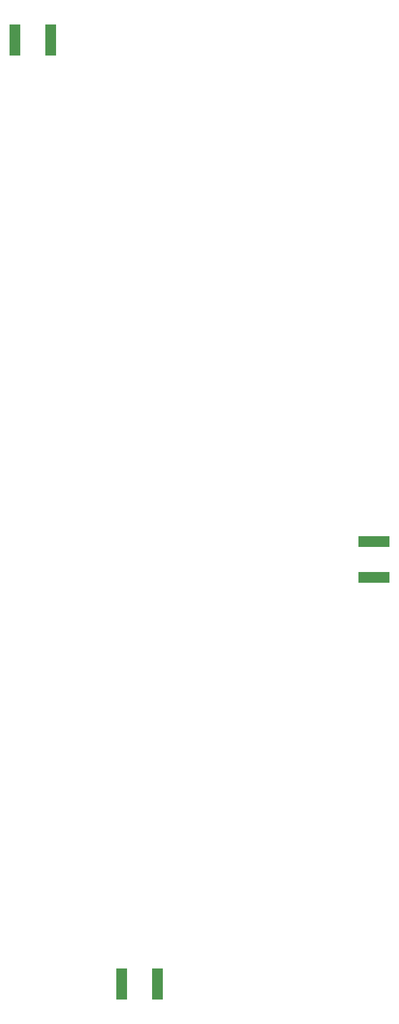
<source format=gbp>
%FSAX24Y24*%
%MOIN*%
G70*
G01*
G75*
G04 Layer_Color=128*
%ADD10R,0.0236X0.0236*%
%ADD11R,0.0591X0.1614*%
%ADD12R,0.0591X0.1772*%
%ADD13R,0.0413X0.0866*%
%ADD14R,0.0236X0.0236*%
%ADD15R,0.0472X0.0709*%
%ADD16R,0.0984X0.0984*%
%ADD17O,0.0315X0.0098*%
%ADD18O,0.0098X0.0315*%
%ADD19R,0.0413X0.0591*%
%ADD20R,0.1614X0.0591*%
%ADD21R,0.1772X0.0591*%
%ADD22R,0.0866X0.0413*%
%ADD23O,0.0138X0.0315*%
%ADD24O,0.0315X0.0138*%
%ADD25R,0.0295X0.0118*%
%ADD26R,0.0413X0.0709*%
%ADD27R,0.0315X0.0374*%
%ADD28R,0.1319X0.0965*%
%ADD29R,0.0374X0.0315*%
%ADD30R,0.0591X0.0591*%
%ADD31R,0.0591X0.0591*%
%ADD32O,0.0236X0.0886*%
%ADD33R,0.1024X0.0925*%
%ADD34R,0.0965X0.1319*%
%ADD35R,0.0591X0.0413*%
%ADD36R,0.0110X0.0110*%
%ADD37R,0.0140X0.0140*%
%ADD38R,0.0236X0.0413*%
%ADD39R,0.0354X0.0295*%
%ADD40R,0.0709X0.2953*%
%ADD41R,0.0197X0.1220*%
%ADD42R,0.0787X0.0984*%
%ADD43R,0.0787X0.1299*%
%ADD44R,0.0236X0.0551*%
%ADD45R,0.0433X0.0571*%
%ADD46O,0.0689X0.0217*%
%ADD47O,0.0217X0.0689*%
%ADD48R,0.0295X0.0354*%
%ADD49R,0.0433X0.0748*%
%ADD50R,0.0571X0.0433*%
%ADD51R,0.0394X0.0118*%
%ADD52R,0.0276X0.0118*%
%ADD53R,0.0709X0.0472*%
%ADD54R,0.0610X0.0236*%
%ADD55R,0.0591X0.1102*%
%ADD56R,0.0197X0.0315*%
%ADD57O,0.0177X0.0827*%
%ADD58O,0.0236X0.1358*%
%ADD59R,0.2032X0.1890*%
%ADD60R,0.0236X0.0197*%
%ADD61R,0.0846X0.0984*%
%ADD62R,0.0551X0.0236*%
%ADD63R,0.0709X0.0413*%
%ADD64R,0.0394X0.0138*%
%ADD65R,0.1850X0.1713*%
%ADD66R,0.0579X0.0291*%
%ADD67C,0.0120*%
%ADD68C,0.0100*%
%ADD69C,0.0200*%
%ADD70C,0.0500*%
%ADD71C,0.0300*%
%ADD72C,0.0080*%
%ADD73C,0.0150*%
%ADD74C,0.0800*%
%ADD75C,0.0580*%
%ADD76C,0.0400*%
%ADD77R,0.0091X0.0053*%
%ADD78R,0.0087X0.0171*%
%ADD79R,0.0394X0.0472*%
%ADD80R,0.1415X0.4155*%
%ADD81R,0.6957X0.3940*%
%ADD82R,0.0413X0.1161*%
%ADD83R,0.0757X0.0757*%
%ADD84R,0.0778X0.0256*%
%ADD85R,0.0028X0.0019*%
%ADD86R,0.0044X0.0024*%
%ADD87R,0.0025X0.0044*%
%ADD88R,0.0026X0.0039*%
%ADD89R,0.0029X0.0043*%
%ADD90R,0.0214X0.0034*%
%ADD91R,0.0470X0.0034*%
%ADD92R,0.0065X0.0043*%
%ADD93C,0.1575*%
%ADD94C,0.0591*%
%ADD95C,0.2264*%
%ADD96C,0.0787*%
%ADD97C,0.0532*%
%ADD98C,0.0600*%
%ADD99C,0.0906*%
%ADD100R,0.0906X0.0906*%
%ADD101C,0.0472*%
G04:AMPARAMS|DCode=102|XSize=120mil|YSize=60mil|CornerRadius=0mil|HoleSize=0mil|Usage=FLASHONLY|Rotation=90.000|XOffset=0mil|YOffset=0mil|HoleType=Round|Shape=Octagon|*
%AMOCTAGOND102*
4,1,8,0.0150,0.0600,-0.0150,0.0600,-0.0300,0.0450,-0.0300,-0.0450,-0.0150,-0.0600,0.0150,-0.0600,0.0300,-0.0450,0.0300,0.0450,0.0150,0.0600,0.0*
%
%ADD102OCTAGOND102*%

%ADD103C,0.0512*%
%ADD104C,0.0240*%
%ADD105C,0.0480*%
%ADD106C,0.0260*%
%ADD107C,0.0380*%
%ADD108R,0.0061X0.0050*%
%ADD109C,0.0098*%
%ADD110C,0.0079*%
%ADD111C,0.0040*%
%ADD112C,0.0236*%
%ADD113C,0.0080*%
%ADD114C,0.0059*%
%ADD115C,0.0049*%
%ADD116C,0.0070*%
%ADD117R,0.0217X0.0630*%
%ADD118R,0.0217X0.1024*%
%ADD119R,0.0630X0.0217*%
%ADD120R,0.0177X0.0236*%
%ADD121R,0.0236X0.0177*%
%ADD122R,0.0325X0.0325*%
%ADD123R,0.0335X0.0335*%
%ADD124R,0.0325X0.0335*%
%ADD125R,0.0335X0.0335*%
%ADD126R,0.0325X0.0335*%
%ADD127R,0.0316X0.0316*%
%ADD128R,0.0671X0.1694*%
%ADD129R,0.0671X0.1852*%
%ADD130R,0.0493X0.0946*%
%ADD131R,0.0316X0.0316*%
%ADD132R,0.0552X0.0789*%
%ADD133O,0.0395X0.0178*%
%ADD134O,0.0178X0.0395*%
%ADD135R,0.0493X0.0671*%
%ADD136R,0.1694X0.0671*%
%ADD137R,0.1852X0.0671*%
%ADD138R,0.0946X0.0493*%
%ADD139O,0.0216X0.0393*%
%ADD140O,0.0393X0.0216*%
%ADD141R,0.0375X0.0198*%
%ADD142R,0.0493X0.0789*%
%ADD143R,0.0395X0.0454*%
%ADD144R,0.1399X0.1045*%
%ADD145R,0.0454X0.0395*%
%ADD146R,0.0671X0.0671*%
%ADD147R,0.0671X0.0671*%
%ADD148O,0.0316X0.0966*%
%ADD149R,0.1104X0.1005*%
%ADD150R,0.1045X0.1399*%
%ADD151R,0.0671X0.0493*%
%ADD152O,0.0355X0.0138*%
%ADD153O,0.0138X0.0355*%
%ADD154R,0.0150X0.0150*%
%ADD155R,0.0180X0.0180*%
%ADD156R,0.0276X0.0276*%
%ADD157R,0.0316X0.0493*%
%ADD158R,0.0434X0.0375*%
%ADD159R,0.0789X0.3033*%
%ADD160R,0.1064X0.1064*%
%ADD161R,0.0275X0.1298*%
%ADD162R,0.0867X0.1064*%
%ADD163R,0.0867X0.1379*%
%ADD164R,0.0316X0.0631*%
%ADD165R,0.0513X0.0651*%
%ADD166O,0.0747X0.0275*%
%ADD167O,0.0275X0.0747*%
%ADD168R,0.0375X0.0434*%
%ADD169R,0.0513X0.0828*%
%ADD170R,0.0651X0.0513*%
%ADD171R,0.0474X0.0198*%
%ADD172R,0.0314X0.0156*%
%ADD173R,0.0789X0.0552*%
%ADD174R,0.0690X0.0316*%
%ADD175R,0.0671X0.1182*%
%ADD176R,0.0277X0.0395*%
%ADD177O,0.0257X0.0907*%
%ADD178O,0.0316X0.1438*%
%ADD179R,0.2112X0.1970*%
%ADD180R,0.0316X0.0277*%
%ADD181R,0.0926X0.1064*%
%ADD182R,0.0631X0.0316*%
%ADD183R,0.0789X0.0493*%
%ADD184R,0.0474X0.0218*%
%ADD185R,0.1930X0.1793*%
%ADD186R,0.0659X0.0371*%
%ADD187C,0.1655*%
%ADD188C,0.0671*%
%ADD189C,0.2344*%
%ADD190C,0.0867*%
%ADD191C,0.0612*%
%ADD192C,0.0680*%
%ADD193C,0.0986*%
%ADD194R,0.0986X0.0986*%
%ADD195C,0.0552*%
G04:AMPARAMS|DCode=196|XSize=128mil|YSize=68mil|CornerRadius=0mil|HoleSize=0mil|Usage=FLASHONLY|Rotation=90.000|XOffset=0mil|YOffset=0mil|HoleType=Round|Shape=Octagon|*
%AMOCTAGOND196*
4,1,8,0.0170,0.0640,-0.0170,0.0640,-0.0340,0.0470,-0.0340,-0.0470,-0.0170,-0.0640,0.0170,-0.0640,0.0340,-0.0470,0.0340,0.0470,0.0170,0.0640,0.0*
%
%ADD196OCTAGOND196*%

%ADD197C,0.0592*%
%ADD198C,0.0320*%
%ADD199C,0.0460*%
%ADD200C,0.0340*%
%ADD201C,0.0280*%
D12*
X-006600Y034114D02*
D03*
X-004600D02*
D03*
X001362Y-018560D02*
D03*
X-000638D02*
D03*
D21*
X013470Y004130D02*
D03*
Y006130D02*
D03*
M02*

</source>
